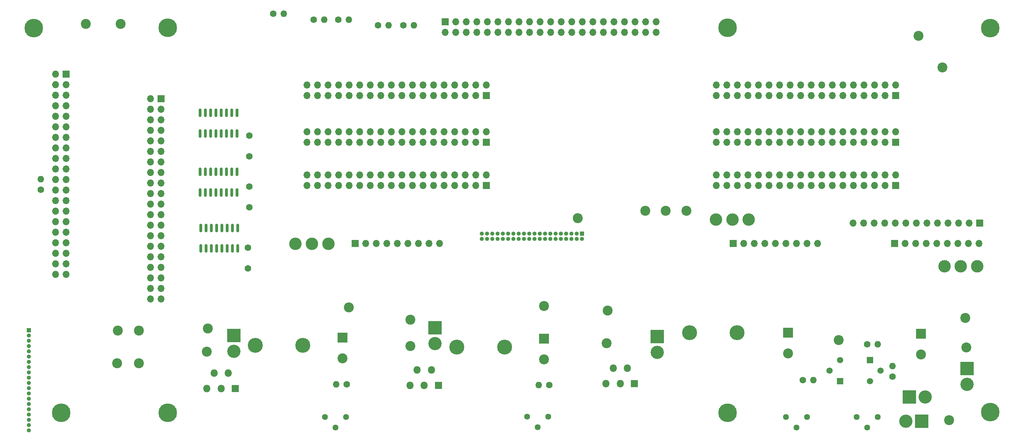
<source format=gbr>
%TF.GenerationSoftware,KiCad,Pcbnew,6.0.11*%
%TF.CreationDate,2024-12-15T19:30:31+01:00*%
%TF.ProjectId,stk-8500-MB,73746b2d-3835-4303-902d-4d422e6b6963,rev?*%
%TF.SameCoordinates,Original*%
%TF.FileFunction,Soldermask,Top*%
%TF.FilePolarity,Negative*%
%FSLAX46Y46*%
G04 Gerber Fmt 4.6, Leading zero omitted, Abs format (unit mm)*
G04 Created by KiCad (PCBNEW 6.0.11) date 2024-12-15 19:30:31*
%MOMM*%
%LPD*%
G01*
G04 APERTURE LIST*
G04 Aperture macros list*
%AMRoundRect*
0 Rectangle with rounded corners*
0 $1 Rounding radius*
0 $2 $3 $4 $5 $6 $7 $8 $9 X,Y pos of 4 corners*
0 Add a 4 corners polygon primitive as box body*
4,1,4,$2,$3,$4,$5,$6,$7,$8,$9,$2,$3,0*
0 Add four circle primitives for the rounded corners*
1,1,$1+$1,$2,$3*
1,1,$1+$1,$4,$5*
1,1,$1+$1,$6,$7*
1,1,$1+$1,$8,$9*
0 Add four rect primitives between the rounded corners*
20,1,$1+$1,$2,$3,$4,$5,0*
20,1,$1+$1,$4,$5,$6,$7,0*
20,1,$1+$1,$6,$7,$8,$9,0*
20,1,$1+$1,$8,$9,$2,$3,0*%
G04 Aperture macros list end*
%ADD10R,1.000000X1.000000*%
%ADD11O,1.000000X1.000000*%
%ADD12C,2.400000*%
%ADD13R,3.200000X3.200000*%
%ADD14O,3.200000X3.200000*%
%ADD15C,1.600000*%
%ADD16O,1.600000X1.600000*%
%ADD17R,1.700000X1.700000*%
%ADD18O,1.700000X1.700000*%
%ADD19C,3.600000*%
%ADD20C,3.000000*%
%ADD21RoundRect,0.150000X-0.150000X0.825000X-0.150000X-0.825000X0.150000X-0.825000X0.150000X0.825000X0*%
%ADD22C,4.500000*%
%ADD23R,2.400000X2.400000*%
%ADD24R,1.800000X1.800000*%
%ADD25O,1.800000X1.800000*%
%ADD26C,1.440000*%
%ADD27R,1.500000X1.500000*%
%ADD28C,1.500000*%
G04 APERTURE END LIST*
D10*
%TO.C,sens1*%
X29000000Y-131700000D03*
D11*
X29000000Y-132970000D03*
X29000000Y-134240000D03*
X29000000Y-135510000D03*
X29000000Y-136780000D03*
X29000000Y-138050000D03*
X29000000Y-139320000D03*
X29000000Y-140590000D03*
X29000000Y-141860000D03*
X29000000Y-143130000D03*
X29000000Y-144400000D03*
X29000000Y-145670000D03*
X29000000Y-146940000D03*
X29000000Y-148210000D03*
X29000000Y-149480000D03*
X29000000Y-150750000D03*
X29000000Y-152020000D03*
X29000000Y-153290000D03*
X29000000Y-154560000D03*
X29000000Y-155830000D03*
%TD*%
D12*
%TO.C,5V_1*%
X55450000Y-139618000D03*
%TD*%
D13*
%TO.C,D1*%
X180282000Y-133189000D03*
D14*
X180282000Y-136999000D03*
%TD*%
D15*
%TO.C,R2*%
X230799000Y-135102000D03*
D16*
X233339000Y-135102000D03*
%TD*%
D17*
%TO.C,Pico_mc1*%
X37970000Y-69950000D03*
D18*
X35430000Y-69950000D03*
X37970000Y-72490000D03*
X35430000Y-72490000D03*
X37970000Y-75030000D03*
X35430000Y-75030000D03*
X37970000Y-77570000D03*
X35430000Y-77570000D03*
X37970000Y-80110000D03*
X35430000Y-80110000D03*
X37970000Y-82650000D03*
X35430000Y-82650000D03*
X37970000Y-85190000D03*
X35430000Y-85190000D03*
X37970000Y-87730000D03*
X35430000Y-87730000D03*
X37970000Y-90270000D03*
X35430000Y-90270000D03*
X37970000Y-92810000D03*
X35430000Y-92810000D03*
X37970000Y-95350000D03*
X35430000Y-95350000D03*
X37970000Y-97890000D03*
X35430000Y-97890000D03*
X37970000Y-100430000D03*
X35430000Y-100430000D03*
X37970000Y-102970000D03*
X35430000Y-102970000D03*
X37970000Y-105510000D03*
X35430000Y-105510000D03*
X37970000Y-108050000D03*
X35430000Y-108050000D03*
X37970000Y-110590000D03*
X35430000Y-110590000D03*
X37970000Y-113130000D03*
X35430000Y-113130000D03*
X37970000Y-115670000D03*
X35430000Y-115670000D03*
X37970000Y-118210000D03*
X35430000Y-118210000D03*
%TD*%
D13*
%TO.C,D3*%
X254860000Y-140955000D03*
D14*
X254860000Y-144765000D03*
%TD*%
D19*
%TO.C,L1*%
X188029000Y-132308000D03*
X199469000Y-132308000D03*
%TD*%
D17*
%TO.C,Pico_en1*%
X60820000Y-75910000D03*
D18*
X58280000Y-75910000D03*
X60820000Y-78450000D03*
X58280000Y-78450000D03*
X60820000Y-80990000D03*
X58280000Y-80990000D03*
X60820000Y-83530000D03*
X58280000Y-83530000D03*
X60820000Y-86070000D03*
X58280000Y-86070000D03*
X60820000Y-88610000D03*
X58280000Y-88610000D03*
X60820000Y-91150000D03*
X58280000Y-91150000D03*
X60820000Y-93690000D03*
X58280000Y-93690000D03*
X60820000Y-96230000D03*
X58280000Y-96230000D03*
X60820000Y-98770000D03*
X58280000Y-98770000D03*
X60820000Y-101310000D03*
X58280000Y-101310000D03*
X60820000Y-103850000D03*
X58280000Y-103850000D03*
X60820000Y-106390000D03*
X58280000Y-106390000D03*
X60820000Y-108930000D03*
X58280000Y-108930000D03*
X60820000Y-111470000D03*
X58280000Y-111470000D03*
X60820000Y-114010000D03*
X58280000Y-114010000D03*
X60820000Y-116550000D03*
X58280000Y-116550000D03*
X60820000Y-119090000D03*
X58280000Y-119090000D03*
X60820000Y-121630000D03*
X58280000Y-121630000D03*
X60820000Y-124170000D03*
X58280000Y-124170000D03*
%TD*%
D12*
%TO.C,SGND_3*%
X243160000Y-60760000D03*
%TD*%
%TO.C,VIN_R2*%
X120884000Y-129154000D03*
%TD*%
%TO.C,VIN_R1*%
X168344000Y-126974000D03*
%TD*%
D13*
%TO.C,DR2*%
X126760000Y-131060000D03*
D14*
X126760000Y-134870000D03*
%TD*%
D20*
%TO.C,bPo1*%
X93200000Y-110900000D03*
X97160000Y-110900000D03*
X101119999Y-110900000D03*
%TD*%
D21*
%TO.C,U1*%
X79095000Y-93545000D03*
X77825000Y-93545000D03*
X76555000Y-93545000D03*
X75285000Y-93545000D03*
X74015000Y-93545000D03*
X72745000Y-93545000D03*
X71475000Y-93545000D03*
X70205000Y-93545000D03*
X70205000Y-98495000D03*
X71475000Y-98495000D03*
X72745000Y-98495000D03*
X74015000Y-98495000D03*
X75285000Y-98495000D03*
X76555000Y-98495000D03*
X77825000Y-98495000D03*
X79095000Y-98495000D03*
%TD*%
D15*
%TO.C,RR3*%
X105517000Y-144698000D03*
D16*
X102977000Y-144698000D03*
%TD*%
D12*
%TO.C,SGND_2*%
X50370000Y-131744000D03*
%TD*%
D22*
%TO.C,H7*%
X260460000Y-151460000D03*
%TD*%
D20*
%TO.C,aPo1*%
X194413400Y-105020000D03*
X198373400Y-105020000D03*
X202333399Y-105020000D03*
%TD*%
D12*
%TO.C,BAT-_R1*%
X250560000Y-153360000D03*
%TD*%
D18*
%TO.C,eC1*%
X136560000Y-72600000D03*
X134020000Y-72600000D03*
X136560000Y-75140000D03*
X134020000Y-75140000D03*
X139100000Y-72600000D03*
D17*
X139100000Y-75140000D03*
D18*
X131480000Y-72600000D03*
X128940000Y-75140000D03*
X131480000Y-75140000D03*
X128940000Y-72600000D03*
X123860000Y-72600000D03*
X126400000Y-72600000D03*
X126400000Y-75140000D03*
X123860000Y-75140000D03*
X116240000Y-72600000D03*
X121320000Y-75140000D03*
X121320000Y-72600000D03*
X118780000Y-75140000D03*
X116240000Y-75140000D03*
X118780000Y-72600000D03*
X111160000Y-75140000D03*
X113700000Y-72600000D03*
X111160000Y-72600000D03*
X113700000Y-75140000D03*
X108620000Y-72600000D03*
X108620000Y-75140000D03*
X106080000Y-75140000D03*
X106080000Y-72600000D03*
X103540000Y-75140000D03*
X103540000Y-72600000D03*
X101000000Y-75140000D03*
X101000000Y-72600000D03*
X98460000Y-75140000D03*
X98460000Y-72600000D03*
X95920000Y-75140000D03*
X95920000Y-72600000D03*
%TD*%
%TO.C,cC1*%
X235160000Y-72600000D03*
X237700000Y-72600000D03*
X235160000Y-75140000D03*
X232620000Y-72600000D03*
D17*
X237700000Y-75140000D03*
D18*
X232620000Y-75140000D03*
X227540000Y-75140000D03*
X227540000Y-72600000D03*
X230080000Y-75140000D03*
X230080000Y-72600000D03*
X222460000Y-75140000D03*
X225000000Y-72600000D03*
X225000000Y-75140000D03*
X222460000Y-72600000D03*
X214840000Y-72600000D03*
X214840000Y-75140000D03*
X217380000Y-75140000D03*
X219920000Y-75140000D03*
X219920000Y-72600000D03*
X217380000Y-72600000D03*
X212300000Y-72600000D03*
X209760000Y-75140000D03*
X212300000Y-75140000D03*
X209760000Y-72600000D03*
X207220000Y-75140000D03*
X207220000Y-72600000D03*
X204680000Y-75140000D03*
X204680000Y-72600000D03*
X202140000Y-75140000D03*
X202140000Y-72600000D03*
X199600000Y-75140000D03*
X199600000Y-72600000D03*
X197060000Y-75140000D03*
X197060000Y-72600000D03*
X194520000Y-72600000D03*
X194520000Y-75140000D03*
%TD*%
D15*
%TO.C,C3*%
X82060000Y-102060000D03*
X82060000Y-97060000D03*
%TD*%
D13*
%TO.C,D2*%
X243917000Y-153644000D03*
D14*
X240107000Y-153644000D03*
%TD*%
D23*
%TO.C,C2*%
X243782000Y-132524041D03*
D12*
X243782000Y-137524041D03*
%TD*%
%TO.C,BAT+_R1*%
X254450000Y-128752000D03*
%TD*%
D15*
%TO.C,R8*%
X31828000Y-97835000D03*
D16*
X31828000Y-95295000D03*
%TD*%
D18*
%TO.C,aC1*%
X232620000Y-96840000D03*
D17*
X237700000Y-96840000D03*
D18*
X235160000Y-96840000D03*
X232620000Y-94300000D03*
X235160000Y-94300000D03*
X237700000Y-94300000D03*
X230080000Y-94300000D03*
X227540000Y-96840000D03*
X230080000Y-96840000D03*
X227540000Y-94300000D03*
X222460000Y-94300000D03*
X225000000Y-94300000D03*
X222460000Y-96840000D03*
X225000000Y-96840000D03*
X219920000Y-96840000D03*
X217380000Y-96840000D03*
X219920000Y-94300000D03*
X214840000Y-96840000D03*
X214840000Y-94300000D03*
X217380000Y-94300000D03*
X209760000Y-94300000D03*
X212300000Y-94300000D03*
X212300000Y-96840000D03*
X209760000Y-96840000D03*
X207220000Y-94300000D03*
X207220000Y-96840000D03*
X204680000Y-96840000D03*
X204680000Y-94300000D03*
X202140000Y-96840000D03*
X202140000Y-94300000D03*
X199600000Y-96840000D03*
X199600000Y-94300000D03*
X197060000Y-96840000D03*
X197060000Y-94300000D03*
X194520000Y-94300000D03*
X194520000Y-96840000D03*
%TD*%
D12*
%TO.C,SGND_4*%
X42660000Y-57860000D03*
%TD*%
D23*
%TO.C,C1*%
X211778000Y-132270041D03*
D12*
X211778000Y-137270041D03*
%TD*%
%TO.C,5V_4*%
X51060000Y-57860000D03*
%TD*%
D23*
%TO.C,CR2*%
X153015000Y-133726000D03*
D12*
X153015000Y-138726000D03*
%TD*%
D22*
%TO.C,H4*%
X62400000Y-151550000D03*
%TD*%
D12*
%TO.C,PGND_3*%
X187270000Y-102900000D03*
%TD*%
D15*
%TO.C,R5*%
X87865000Y-55440000D03*
D16*
X90405000Y-55440000D03*
%TD*%
D15*
%TO.C,C4*%
X81760000Y-116760000D03*
X81760000Y-111760000D03*
%TD*%
D12*
%TO.C,VOUT_R2*%
X153015000Y-125852000D03*
%TD*%
D24*
%TO.C,RU3*%
X78662000Y-145764000D03*
D25*
X76962000Y-142064000D03*
X75262000Y-145764000D03*
X73562000Y-142064000D03*
X71862000Y-145764000D03*
%TD*%
D15*
%TO.C,R4*%
X215334000Y-143738000D03*
D16*
X217874000Y-143738000D03*
%TD*%
D15*
%TO.C,R10*%
X97555000Y-56880000D03*
D16*
X100095000Y-56880000D03*
%TD*%
D15*
%TO.C,R7*%
X103455000Y-56830000D03*
D16*
X105995000Y-56830000D03*
%TD*%
D19*
%TO.C,L3*%
X83488000Y-135350000D03*
X94928000Y-135350000D03*
%TD*%
D12*
%TO.C,GND_R3*%
X71804000Y-136874000D03*
%TD*%
D15*
%TO.C,RR2*%
X154295000Y-144902000D03*
D16*
X151755000Y-144902000D03*
%TD*%
D22*
%TO.C,H5*%
X36760000Y-151560000D03*
%TD*%
D21*
%TO.C,U2*%
X79235000Y-107035000D03*
X77965000Y-107035000D03*
X76695000Y-107035000D03*
X75425000Y-107035000D03*
X74155000Y-107035000D03*
X72885000Y-107035000D03*
X71615000Y-107035000D03*
X70345000Y-107035000D03*
X70345000Y-111985000D03*
X71615000Y-111985000D03*
X72885000Y-111985000D03*
X74155000Y-111985000D03*
X75425000Y-111985000D03*
X76695000Y-111985000D03*
X77965000Y-111985000D03*
X79235000Y-111985000D03*
%TD*%
D26*
%TO.C,RVolt2*%
X148951000Y-152522000D03*
X151491000Y-155062000D03*
X154031000Y-152522000D03*
%TD*%
%TO.C,RVolt1*%
X228288000Y-152628000D03*
X230828000Y-155168000D03*
X233368000Y-152628000D03*
%TD*%
D12*
%TO.C,CURMon_R1*%
X223970000Y-134086000D03*
%TD*%
D15*
%TO.C,C5*%
X82060000Y-89760000D03*
X82060000Y-84760000D03*
%TD*%
D12*
%TO.C,PGND_1*%
X177370000Y-102900000D03*
%TD*%
%TO.C,PGND_2*%
X182320000Y-102900000D03*
%TD*%
D17*
%TO.C,aEnHa1*%
X198550000Y-110800000D03*
D18*
X201090000Y-110800000D03*
X203630000Y-110800000D03*
X206170000Y-110800000D03*
X208710000Y-110800000D03*
X211250000Y-110800000D03*
X213790000Y-110800000D03*
X216330000Y-110800000D03*
X218870000Y-110800000D03*
%TD*%
%TO.C,dC1*%
X232620000Y-83830000D03*
X232620000Y-86370000D03*
X237700000Y-83830000D03*
X235160000Y-86370000D03*
X235160000Y-83830000D03*
D17*
X237700000Y-86370000D03*
D18*
X227540000Y-86370000D03*
X230080000Y-86370000D03*
X230080000Y-83830000D03*
X227540000Y-83830000D03*
X222460000Y-83830000D03*
X222460000Y-86370000D03*
X225000000Y-86370000D03*
X225000000Y-83830000D03*
X217380000Y-83830000D03*
X219920000Y-86370000D03*
X217380000Y-86370000D03*
X219920000Y-83830000D03*
X214840000Y-86370000D03*
X214840000Y-83830000D03*
X209760000Y-86370000D03*
X209760000Y-83830000D03*
X212300000Y-86370000D03*
X212300000Y-83830000D03*
X207220000Y-86370000D03*
X207220000Y-83830000D03*
X204680000Y-86370000D03*
X204680000Y-83830000D03*
X202140000Y-86370000D03*
X202140000Y-83830000D03*
X199600000Y-86370000D03*
X199600000Y-83830000D03*
X197060000Y-86370000D03*
X197060000Y-83830000D03*
X194520000Y-86370000D03*
X194520000Y-83830000D03*
%TD*%
D17*
%TO.C,bC1*%
X139100000Y-96840000D03*
D18*
X136560000Y-94300000D03*
X134020000Y-96840000D03*
X136560000Y-96840000D03*
X139100000Y-94300000D03*
X134020000Y-94300000D03*
X128940000Y-94300000D03*
X131480000Y-96840000D03*
X128940000Y-96840000D03*
X131480000Y-94300000D03*
X123860000Y-94300000D03*
X123860000Y-96840000D03*
X126400000Y-94300000D03*
X126400000Y-96840000D03*
X118780000Y-94300000D03*
X118780000Y-96840000D03*
X116240000Y-94300000D03*
X116240000Y-96840000D03*
X121320000Y-96840000D03*
X121320000Y-94300000D03*
X113700000Y-94300000D03*
X113700000Y-96840000D03*
X111160000Y-94300000D03*
X111160000Y-96840000D03*
X108620000Y-94300000D03*
X108620000Y-96840000D03*
X106080000Y-96840000D03*
X106080000Y-94300000D03*
X103540000Y-96840000D03*
X103540000Y-94300000D03*
X101000000Y-96840000D03*
X101000000Y-94300000D03*
X98460000Y-96840000D03*
X98460000Y-94300000D03*
X95920000Y-94300000D03*
X95920000Y-96840000D03*
%TD*%
D22*
%TO.C,H1*%
X197200000Y-58800000D03*
%TD*%
D27*
%TO.C,Q2*%
X224312000Y-144002000D03*
D28*
X221772000Y-141462000D03*
X224312000Y-138922000D03*
%TD*%
D24*
%TO.C,U4*%
X174760000Y-144560000D03*
D25*
X173060000Y-140860000D03*
X171360000Y-144560000D03*
X169660000Y-140860000D03*
X167960000Y-144560000D03*
%TD*%
D17*
%TO.C,dEnHaPo1*%
X257900000Y-105900000D03*
D18*
X255360000Y-105900000D03*
X252820000Y-105900000D03*
X250280000Y-105900000D03*
X247740000Y-105900000D03*
X245200000Y-105900000D03*
X242660000Y-105900000D03*
X240120000Y-105900000D03*
X237580000Y-105900000D03*
X235040000Y-105900000D03*
X232500000Y-105900000D03*
X229960000Y-105900000D03*
X227420000Y-105900000D03*
%TD*%
D26*
%TO.C,RVolt3*%
X100252000Y-152622000D03*
X102792000Y-155162000D03*
X105332000Y-152622000D03*
%TD*%
D15*
%TO.C,R9*%
X113045000Y-58230000D03*
D16*
X115585000Y-58230000D03*
%TD*%
D12*
%TO.C,VIN_R3*%
X72058000Y-131286000D03*
%TD*%
%TO.C,VOUT_R3*%
X105996000Y-126156000D03*
%TD*%
D13*
%TO.C,R3*%
X240988000Y-147802000D03*
D14*
X244798000Y-147802000D03*
%TD*%
D17*
%TO.C,fC1*%
X139100000Y-86370000D03*
D18*
X134020000Y-83830000D03*
X136560000Y-83830000D03*
X139100000Y-83830000D03*
X136560000Y-86370000D03*
X134020000Y-86370000D03*
X131480000Y-83830000D03*
X128940000Y-83830000D03*
X128940000Y-86370000D03*
X131480000Y-86370000D03*
X126400000Y-83830000D03*
X123860000Y-86370000D03*
X126400000Y-86370000D03*
X123860000Y-83830000D03*
X116240000Y-86370000D03*
X116240000Y-83830000D03*
X118780000Y-83830000D03*
X118780000Y-86370000D03*
X121320000Y-83830000D03*
X121320000Y-86370000D03*
X111160000Y-86370000D03*
X111160000Y-83830000D03*
X113700000Y-83830000D03*
X113700000Y-86370000D03*
X108620000Y-83830000D03*
X108620000Y-86370000D03*
X106080000Y-86370000D03*
X106080000Y-83830000D03*
X103540000Y-86370000D03*
X103540000Y-83830000D03*
X101000000Y-86370000D03*
X101000000Y-83830000D03*
X98460000Y-86370000D03*
X98460000Y-83830000D03*
X95920000Y-86370000D03*
X95920000Y-83830000D03*
%TD*%
D27*
%TO.C,Q1*%
X231502000Y-138902000D03*
D28*
X234042000Y-141442000D03*
X231502000Y-143982000D03*
%TD*%
D20*
%TO.C,cPo1*%
X257340000Y-116310000D03*
X253380000Y-116310000D03*
X249420001Y-116310000D03*
%TD*%
D15*
%TO.C,R6*%
X119185000Y-58230000D03*
D16*
X121725000Y-58230000D03*
%TD*%
D12*
%TO.C,5V_3*%
X248960000Y-68360000D03*
%TD*%
%TO.C,VOUT_R1*%
X254704000Y-135864000D03*
%TD*%
D24*
%TO.C,RU2*%
X127586000Y-144952000D03*
D25*
X125886000Y-141252000D03*
X124186000Y-144952000D03*
X122486000Y-141252000D03*
X120786000Y-144952000D03*
%TD*%
D22*
%TO.C,H3*%
X62400000Y-58800000D03*
%TD*%
D10*
%TO.C,efEnHaPo1*%
X162200000Y-108400000D03*
D11*
X162200000Y-109670000D03*
X160930000Y-108400000D03*
X160930000Y-109670000D03*
X159660000Y-108400000D03*
X159660000Y-109670000D03*
X158390000Y-108400000D03*
X158390000Y-109670000D03*
X157120000Y-108400000D03*
X157120000Y-109670000D03*
X155850000Y-108400000D03*
X155850000Y-109670000D03*
X154580000Y-108400000D03*
X154580000Y-109670000D03*
X153310000Y-108400000D03*
X153310000Y-109670000D03*
X152040000Y-108400000D03*
X152040000Y-109670000D03*
X150770000Y-108400000D03*
X150770000Y-109670000D03*
X149500000Y-108400000D03*
X149500000Y-109670000D03*
X148230000Y-108400000D03*
X148230000Y-109670000D03*
X146960000Y-108400000D03*
X146960000Y-109670000D03*
X145690000Y-108400000D03*
X145690000Y-109670000D03*
X144420000Y-108400000D03*
X144420000Y-109670000D03*
X143150000Y-108400000D03*
X143150000Y-109670000D03*
X141880000Y-108400000D03*
X141880000Y-109670000D03*
X140610000Y-108400000D03*
X140610000Y-109670000D03*
X139340000Y-108400000D03*
X139340000Y-109670000D03*
X138070000Y-108400000D03*
X138070000Y-109670000D03*
%TD*%
D12*
%TO.C,H12V_1*%
X161130000Y-104700000D03*
%TD*%
D15*
%TO.C,R1*%
X236924000Y-142863000D03*
D16*
X236924000Y-140323000D03*
%TD*%
D12*
%TO.C,GND_R2*%
X120884000Y-135504000D03*
%TD*%
D19*
%TO.C,L2*%
X132060000Y-135758000D03*
X143500000Y-135758000D03*
%TD*%
D22*
%TO.C,H6*%
X30160000Y-58860000D03*
%TD*%
D13*
%TO.C,DR3*%
X78310000Y-132929000D03*
D14*
X78310000Y-136739000D03*
%TD*%
D17*
%TO.C,cEnHa1*%
X237400000Y-110800000D03*
D18*
X239940000Y-110800000D03*
X242480000Y-110800000D03*
X245020000Y-110800000D03*
X247560000Y-110800000D03*
X250100000Y-110800000D03*
X252640000Y-110800000D03*
X255180000Y-110800000D03*
X257720000Y-110800000D03*
%TD*%
D17*
%TO.C,Jmux1*%
X129245000Y-57385000D03*
D18*
X129245000Y-59925000D03*
X131785000Y-57385000D03*
X131785000Y-59925000D03*
X134325000Y-57385000D03*
X134325000Y-59925000D03*
X136865000Y-57385000D03*
X136865000Y-59925000D03*
X139405000Y-57385000D03*
X139405000Y-59925000D03*
X141945000Y-57385000D03*
X141945000Y-59925000D03*
X144485000Y-57385000D03*
X144485000Y-59925000D03*
X147025000Y-57385000D03*
X147025000Y-59925000D03*
X149565000Y-57385000D03*
X149565000Y-59925000D03*
X152105000Y-57385000D03*
X152105000Y-59925000D03*
X154645000Y-57385000D03*
X154645000Y-59925000D03*
X157185000Y-57385000D03*
X157185000Y-59925000D03*
X159725000Y-57385000D03*
X159725000Y-59925000D03*
X162265000Y-57385000D03*
X162265000Y-59925000D03*
X164805000Y-57385000D03*
X164805000Y-59925000D03*
X167345000Y-57385000D03*
X167345000Y-59925000D03*
X169885000Y-57385000D03*
X169885000Y-59925000D03*
X172425000Y-57385000D03*
X172425000Y-59925000D03*
X174965000Y-57385000D03*
X174965000Y-59925000D03*
X177505000Y-57385000D03*
X177505000Y-59925000D03*
X180045000Y-57385000D03*
X180045000Y-59925000D03*
%TD*%
D26*
%TO.C,RCurrent1*%
X211260000Y-152640000D03*
X213800000Y-155180000D03*
X216340000Y-152640000D03*
%TD*%
D12*
%TO.C,SGND_1*%
X55450000Y-131744000D03*
%TD*%
D22*
%TO.C,H8*%
X260460000Y-58860000D03*
%TD*%
%TO.C,H2*%
X197200000Y-151550000D03*
%TD*%
D23*
%TO.C,CR3*%
X104472000Y-133504164D03*
D12*
X104472000Y-138504164D03*
%TD*%
D21*
%TO.C,U3*%
X79125000Y-79325000D03*
X77855000Y-79325000D03*
X76585000Y-79325000D03*
X75315000Y-79325000D03*
X74045000Y-79325000D03*
X72775000Y-79325000D03*
X71505000Y-79325000D03*
X70235000Y-79325000D03*
X70235000Y-84275000D03*
X71505000Y-84275000D03*
X72775000Y-84275000D03*
X74045000Y-84275000D03*
X75315000Y-84275000D03*
X76585000Y-84275000D03*
X77855000Y-84275000D03*
X79125000Y-84275000D03*
%TD*%
D12*
%TO.C,GND_R1*%
X168090000Y-134848000D03*
%TD*%
D17*
%TO.C,bEnHa1*%
X107550000Y-110800000D03*
D18*
X110090000Y-110800000D03*
X112630000Y-110800000D03*
X115170000Y-110800000D03*
X117710000Y-110800000D03*
X120250000Y-110800000D03*
X122790000Y-110800000D03*
X125330000Y-110800000D03*
X127870000Y-110800000D03*
%TD*%
D12*
%TO.C,5V_2*%
X50246000Y-139618000D03*
%TD*%
M02*

</source>
